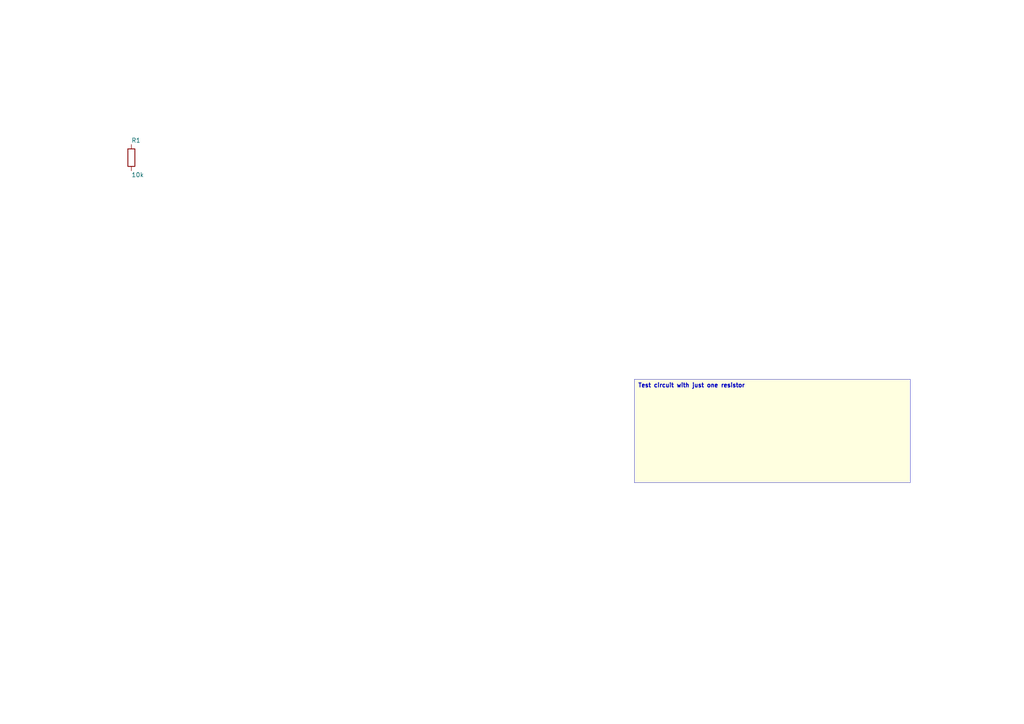
<source format=kicad_sch>
(kicad_sch (version 20250114) (generator "kicad_api") (generator_version "9.0")
  (paper "A4")
  (lib_symbols
    (symbol "Device:R" (pin_numbers hide) (pin_names (offset 0.254))
      (property "Reference" "R" (at 0.0 0.0 0))
      (property "Value" "R" (at 0.0 0.0 0))
      (symbol "R_0_1"
        (rectangle (start -1.016 -2.54) (end 1.016 2.54) (stroke (width 0.254)))
      )
      (symbol "R_1_1"
        (pin passive line (at 0.0 3.81 270) (length 1.27) (name ~) (number "1"))
        (pin passive line (at 0.0 -3.81 90) (length 1.27) (name ~) (number "2"))
      )
    )
  )
  (title_block (title child2) (date 2025-08-04) (company Circuit-Synth))
  (symbol (lib_id "Device:R") (at 38.1 45.72 0) (unit 1)
    (property "Reference" "R1" (at 38.1 40.72 0) (effects (justify left)))
    (property "Value" "10k" (at 38.1 50.72 0) (effects (justify left)))
    (property "Footprint" "Resistor_SMD:R_0603_1608Metric" (effects (hide yes)))
  )
  (text_box "Test circuit with just one resistor" (exclude_from_sim yes) (at 184.0 110.0 0) (size 80.0 30.0) (margins 1.0 1.0 1.0 1.0) (stroke (width 0.1)) (fill (type color) (color 255 255 224 1)) (effects (font (size 1.2 1.2) (thickness 0.254)) (justify left top)))
)
</source>
